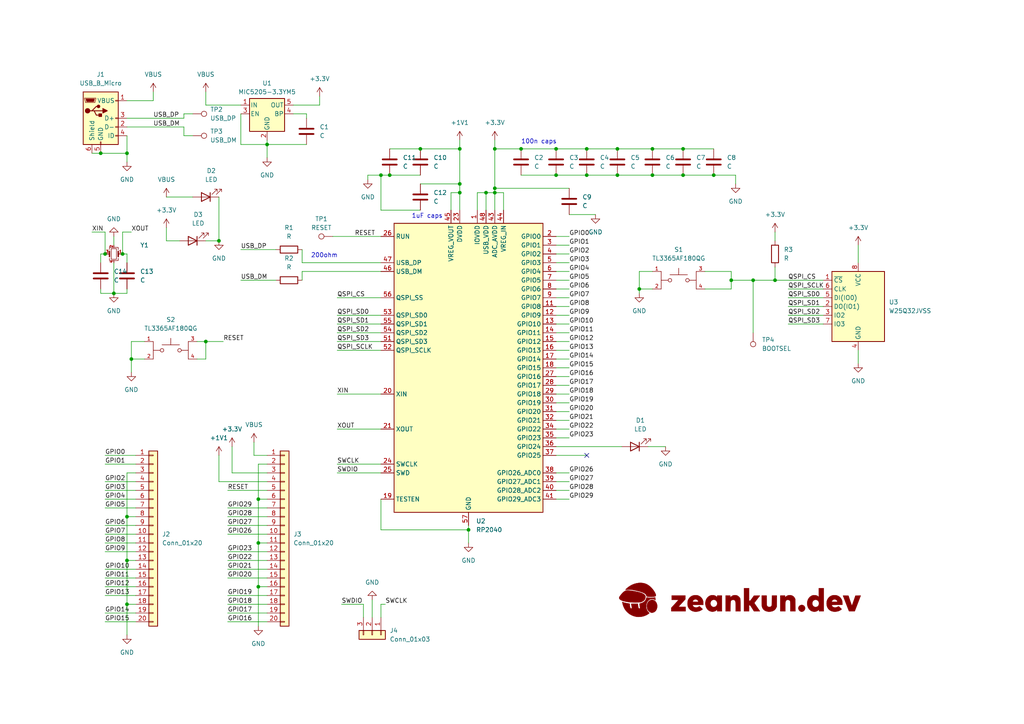
<source format=kicad_sch>
(kicad_sch (version 20230121) (generator eeschema)
  (paper "A4")
  (title_block (title "RP2040 Test Board") (date "2023-07-29") (rev "0.1"))
  (lib_symbols
    (symbol "Connector:TestPoint" (pin_numbers hide) (pin_names (offset 0.762) hide)
      (property "Reference" "TP" (at 0 6.858 0))
      (property "Value" "TestPoint" (at 0 5.08 0))
      (symbol "TestPoint_1_1"
        (pin passive line (at 0 0 90) (length 2.54) (name "1") (number "1"))
      )
    )
    (symbol "Connector:USB_B_Micro" (pin_names (offset 1.016))
      (property "Reference" "J" (at -5.08 11.43 0))
      (property "Value" "USB_B_Micro" (at -5.08 8.89 0))
      (symbol "USB_B_Micro_1_1"
        (pin power_out line (at 7.62 5.08 180) (length 2.54) (name "VBUS") (number "1"))
        (pin bidirectional line (at 7.62 -2.54 180) (length 2.54) (name "D-") (number "2"))
        (pin bidirectional line (at 7.62 0 180) (length 2.54) (name "D+") (number "3"))
        (pin passive line (at 7.62 -5.08 180) (length 2.54) (name "ID") (number "4"))
        (pin power_out line (at 0 -10.16 90) (length 2.54) (name "GND") (number "5"))
        (pin passive line (at -2.54 -10.16 90) (length 2.54) (name "Shield") (number "6"))
      )
    )
    (symbol "Connector_Generic:Conn_01x03" (pin_names (offset 1.016) hide)
      (property "Reference" "J" (at 0 5.08 0))
      (property "Value" "Conn_01x03" (at 0 -5.08 0))
      (symbol "Conn_01x03_1_1"
        (pin passive line (at -5.08 2.54 0) (length 3.81) (name "Pin_1") (number "1"))
        (pin passive line (at -5.08 0 0) (length 3.81) (name "Pin_2") (number "2"))
        (pin passive line (at -5.08 -2.54 0) (length 3.81) (name "Pin_3") (number "3"))
      )
    )
    (symbol "Connector_Generic:Conn_01x20" (pin_names (offset 1.016) hide)
      (property "Reference" "J" (at 0 25.4 0))
      (property "Value" "Conn_01x20" (at 0 -27.94 0))
      (symbol "Conn_01x20_1_1"
        (pin passive line (at -5.08 22.86 0) (length 3.81) (name "Pin_1") (number "1"))
        (pin passive line (at -5.08 0 0) (length 3.81) (name "Pin_10") (number "10"))
        (pin passive line (at -5.08 -2.54 0) (length 3.81) (name "Pin_11") (number "11"))
        (pin passive line (at -5.08 -5.08 0) (length 3.81) (name "Pin_12") (number "12"))
        (pin passive line (at -5.08 -7.62 0) (length 3.81) (name "Pin_13") (number "13"))
        (pin passive line (at -5.08 -10.16 0) (length 3.81) (name "Pin_14") (number "14"))
        (pin passive line (at -5.08 -12.7 0) (length 3.81) (name "Pin_15") (number "15"))
        (pin passive line (at -5.08 -15.24 0) (length 3.81) (name "Pin_16") (number "16"))
        (pin passive line (at -5.08 -17.78 0) (length 3.81) (name "Pin_17") (number "17"))
        (pin passive line (at -5.08 -20.32 0) (length 3.81) (name "Pin_18") (number "18"))
        (pin passive line (at -5.08 -22.86 0) (length 3.81) (name "Pin_19") (number "19"))
        (pin passive line (at -5.08 20.32 0) (length 3.81) (name "Pin_2") (number "2"))
        (pin passive line (at -5.08 -25.4 0) (length 3.81) (name "Pin_20") (number "20"))
        (pin passive line (at -5.08 17.78 0) (length 3.81) (name "Pin_3") (number "3"))
        (pin passive line (at -5.08 15.24 0) (length 3.81) (name "Pin_4") (number "4"))
        (pin passive line (at -5.08 12.7 0) (length 3.81) (name "Pin_5") (number "5"))
        (pin passive line (at -5.08 10.16 0) (length 3.81) (name "Pin_6") (number "6"))
        (pin passive line (at -5.08 7.62 0) (length 3.81) (name "Pin_7") (number "7"))
        (pin passive line (at -5.08 5.08 0) (length 3.81) (name "Pin_8") (number "8"))
        (pin passive line (at -5.08 2.54 0) (length 3.81) (name "Pin_9") (number "9"))
      )
    )
    (symbol "Device:C" (pin_numbers hide) (pin_names (offset 0.254))
      (property "Reference" "C" (at 0.635 2.54 0))
      (property "Value" "C" (at 0.635 -2.54 0))
      (symbol "C_1_1"
        (pin passive line (at 0 3.81 270) (length 2.794) (name "~") (number "1"))
        (pin passive line (at 0 -3.81 90) (length 2.794) (name "~") (number "2"))
      )
    )
    (symbol "Device:Crystal_GND24_Small" (pin_names (offset 1.016) hide)
      (property "Reference" "Y" (at 1.27 4.445 0))
      (property "Value" "Crystal_GND24_Small" (at 1.27 2.54 0))
      (symbol "Crystal_GND24_Small_1_1"
        (pin passive line (at -2.54 0 0) (length 1.27) (name "1") (number "1"))
        (pin passive line (at 0 -2.54 90) (length 0.635) (name "2") (number "2"))
        (pin passive line (at 2.54 0 180) (length 1.27) (name "3") (number "3"))
        (pin passive line (at 0 2.54 270) (length 0.635) (name "4") (number "4"))
      )
    )
    (symbol "Device:LED" (pin_numbers hide) (pin_names (offset 1.016) hide)
      (property "Reference" "D" (at 0 2.54 0))
      (property "Value" "LED" (at 0 -2.54 0))
      (symbol "LED_1_1"
        (pin passive line (at -3.81 0 0) (length 2.54) (name "K") (number "1"))
        (pin passive line (at 3.81 0 180) (length 2.54) (name "A") (number "2"))
      )
    )
    (symbol "Device:R" (pin_numbers hide) (pin_names (offset 0))
      (property "Reference" "R" (at 2.032 0 90))
      (property "Value" "R" (at 0 0 90))
      (symbol "R_1_1"
        (pin passive line (at 0 3.81 270) (length 1.27) (name "~") (number "1"))
        (pin passive line (at 0 -3.81 90) (length 1.27) (name "~") (number "2"))
      )
    )
    (symbol "MCU_RaspberryPi:RP2040"
      (property "Reference" "U" (at 17.78 45.72 0))
      (property "Value" "RP2040" (at 17.78 43.18 0))
      (symbol "RP2040_1_1"
        (pin power_in line (at 2.54 45.72 270) (length 3.81) (name "IOVDD") (number "1"))
        (pin passive line (at 2.54 45.72 270) (length 3.81) hide (name "IOVDD") (number "10"))
        (pin bidirectional line (at 25.4 17.78 180) (length 3.81) (name "GPIO8") (number "11"))
        (pin bidirectional line (at 25.4 15.24 180) (length 3.81) (name "GPIO9") (number "12"))
        (pin bidirectional line (at 25.4 12.7 180) (length 3.81) (name "GPIO10") (number "13"))
        (pin bidirectional line (at 25.4 10.16 180) (length 3.81) (name "GPIO11") (number "14"))
        (pin bidirectional line (at 25.4 7.62 180) (length 3.81) (name "GPIO12") (number "15"))
        (pin bidirectional line (at 25.4 5.08 180) (length 3.81) (name "GPIO13") (number "16"))
        (pin bidirectional line (at 25.4 2.54 180) (length 3.81) (name "GPIO14") (number "17"))
        (pin bidirectional line (at 25.4 0 180) (length 3.81) (name "GPIO15") (number "18"))
        (pin input line (at -25.4 -38.1 0) (length 3.81) (name "TESTEN") (number "19"))
        (pin bidirectional line (at 25.4 38.1 180) (length 3.81) (name "GPIO0") (number "2"))
        (pin input line (at -25.4 -7.62 0) (length 3.81) (name "XIN") (number "20"))
        (pin passive line (at -25.4 -17.78 0) (length 3.81) (name "XOUT") (number "21"))
        (pin passive line (at 2.54 45.72 270) (length 3.81) hide (name "IOVDD") (number "22"))
        (pin power_in line (at -2.54 45.72 270) (length 3.81) (name "DVDD") (number "23"))
        (pin input line (at -25.4 -27.94 0) (length 3.81) (name "SWCLK") (number "24"))
        (pin bidirectional line (at -25.4 -30.48 0) (length 3.81) (name "SWD") (number "25"))
        (pin input line (at -25.4 38.1 0) (length 3.81) (name "RUN") (number "26"))
        (pin bidirectional line (at 25.4 -2.54 180) (length 3.81) (name "GPIO16") (number "27"))
        (pin bidirectional line (at 25.4 -5.08 180) (length 3.81) (name "GPIO17") (number "28"))
        (pin bidirectional line (at 25.4 -7.62 180) (length 3.81) (name "GPIO18") (number "29"))
        (pin bidirectional line (at 25.4 35.56 180) (length 3.81) (name "GPIO1") (number "3"))
        (pin bidirectional line (at 25.4 -10.16 180) (length 3.81) (name "GPIO19") (number "30"))
        (pin bidirectional line (at 25.4 -12.7 180) (length 3.81) (name "GPIO20") (number "31"))
        (pin bidirectional line (at 25.4 -15.24 180) (length 3.81) (name "GPIO21") (number "32"))
        (pin passive line (at 2.54 45.72 270) (length 3.81) hide (name "IOVDD") (number "33"))
        (pin bidirectional line (at 25.4 -17.78 180) (length 3.81) (name "GPIO22") (number "34"))
        (pin bidirectional line (at 25.4 -20.32 180) (length 3.81) (name "GPIO23") (number "35"))
        (pin bidirectional line (at 25.4 -22.86 180) (length 3.81) (name "GPIO24") (number "36"))
        (pin bidirectional line (at 25.4 -25.4 180) (length 3.81) (name "GPIO25") (number "37"))
        (pin bidirectional line (at 25.4 -30.48 180) (length 3.81) (name "GPIO26_ADC0") (number "38"))
        (pin bidirectional line (at 25.4 -33.02 180) (length 3.81) (name "GPIO27_ADC1") (number "39"))
        (pin bidirectional line (at 25.4 33.02 180) (length 3.81) (name "GPIO2") (number "4"))
        (pin bidirectional line (at 25.4 -35.56 180) (length 3.81) (name "GPIO28_ADC2") (number "40"))
        (pin bidirectional line (at 25.4 -38.1 180) (length 3.81) (name "GPIO29_ADC3") (number "41"))
        (pin passive line (at 2.54 45.72 270) (length 3.81) hide (name "IOVDD") (number "42"))
        (pin power_in line (at 7.62 45.72 270) (length 3.81) (name "ADC_AVDD") (number "43"))
        (pin power_in line (at 10.16 45.72 270) (length 3.81) (name "VREG_IN") (number "44"))
        (pin power_out line (at -5.08 45.72 270) (length 3.81) (name "VREG_VOUT") (number "45"))
        (pin bidirectional line (at -25.4 27.94 0) (length 3.81) (name "USB_DM") (number "46"))
        (pin bidirectional line (at -25.4 30.48 0) (length 3.81) (name "USB_DP") (number "47"))
        (pin power_in line (at 5.08 45.72 270) (length 3.81) (name "USB_VDD") (number "48"))
        (pin passive line (at 2.54 45.72 270) (length 3.81) hide (name "IOVDD") (number "49"))
        (pin bidirectional line (at 25.4 30.48 180) (length 3.81) (name "GPIO3") (number "5"))
        (pin passive line (at -2.54 45.72 270) (length 3.81) hide (name "DVDD") (number "50"))
        (pin bidirectional line (at -25.4 7.62 0) (length 3.81) (name "QSPI_SD3") (number "51"))
        (pin output line (at -25.4 5.08 0) (length 3.81) (name "QSPI_SCLK") (number "52"))
        (pin bidirectional line (at -25.4 15.24 0) (length 3.81) (name "QSPI_SD0") (number "53"))
        (pin bidirectional line (at -25.4 10.16 0) (length 3.81) (name "QSPI_SD2") (number "54"))
        (pin bidirectional line (at -25.4 12.7 0) (length 3.81) (name "QSPI_SD1") (number "55"))
        (pin bidirectional line (at -25.4 20.32 0) (length 3.81) (name "QSPI_SS") (number "56"))
        (pin power_in line (at 0 -45.72 90) (length 3.81) (name "GND") (number "57"))
        (pin bidirectional line (at 25.4 27.94 180) (length 3.81) (name "GPIO4") (number "6"))
        (pin bidirectional line (at 25.4 25.4 180) (length 3.81) (name "GPIO5") (number "7"))
        (pin bidirectional line (at 25.4 22.86 180) (length 3.81) (name "GPIO6") (number "8"))
        (pin bidirectional line (at 25.4 20.32 180) (length 3.81) (name "GPIO7") (number "9"))
      )
    )
    (symbol "Memory_Flash:W25Q32JVSS"
      (property "Reference" "U" (at -6.35 11.43 0))
      (property "Value" "W25Q32JVSS" (at 7.62 11.43 0))
      (symbol "W25Q32JVSS_1_1"
        (pin input line (at -10.16 7.62 0) (length 2.54) (name "~{CS}") (number "1"))
        (pin bidirectional line (at -10.16 0 0) (length 2.54) (name "DO(IO1)") (number "2"))
        (pin bidirectional line (at -10.16 -2.54 0) (length 2.54) (name "IO2") (number "3"))
        (pin power_in line (at 0 -12.7 90) (length 2.54) (name "GND") (number "4"))
        (pin bidirectional line (at -10.16 2.54 0) (length 2.54) (name "DI(IO0)") (number "5"))
        (pin input line (at -10.16 5.08 0) (length 2.54) (name "CLK") (number "6"))
        (pin bidirectional line (at -10.16 -5.08 0) (length 2.54) (name "IO3") (number "7"))
        (pin power_in line (at 0 12.7 270) (length 2.54) (name "VCC") (number "8"))
      )
    )
    (symbol "Regulator_Linear:MIC5205-3.3YM5" (pin_names (offset 0.254))
      (property "Reference" "U" (at -3.81 5.715 0))
      (property "Value" "MIC5205-3.3YM5" (at 0 5.715 0))
      (symbol "MIC5205-3.3YM5_1_1"
        (pin power_in line (at -7.62 2.54 0) (length 2.54) (name "IN") (number "1"))
        (pin power_in line (at 0 -7.62 90) (length 2.54) (name "GND") (number "2"))
        (pin input line (at -7.62 0 0) (length 2.54) (name "EN") (number "3"))
        (pin input line (at 7.62 0 180) (length 2.54) (name "BP") (number "4"))
        (pin power_out line (at 7.62 2.54 180) (length 2.54) (name "OUT") (number "5"))
      )
    )
    (symbol "TL3365AF180QG:TL3365AF180QG" (pin_names (offset 1.016))
      (property "Reference" "S" (at -5.08 5.08 0))
      (property "Value" "TL3365AF180QG" (at -5.08 -5.08 0))
      (symbol "TL3365AF180QG_0_0"
        (pin passive line (at -7.62 2.54 0) (length 2.54) (name "~") (number "1"))
        (pin passive line (at -7.62 -2.54 0) (length 2.54) (name "~") (number "2"))
        (pin passive line (at 7.62 2.54 180) (length 2.54) (name "~") (number "3"))
        (pin passive line (at 7.62 -2.54 180) (length 2.54) (name "~") (number "4"))
      )
    )
    (symbol "power:+1V1" (power) (pin_names (offset 0))
      (property "Value" "+1V1" (at 0 3.556 0))
      (symbol "+1V1_1_1"
        (pin power_in line (at 0 0 90) (length 0) hide (name "+1V1") (number "1"))
      )
    )
    (symbol "power:+3.3V" (power) (pin_names (offset 0))
      (property "Value" "+3.3V" (at 0 3.556 0))
      (symbol "+3.3V_1_1"
        (pin power_in line (at 0 0 90) (length 0) hide (name "+3.3V") (number "1"))
      )
    )
    (symbol "power:GND" (power) (pin_names (offset 0))
      (property "Value" "GND" (at 0 -3.81 0))
      (symbol "GND_1_1"
        (pin power_in line (at 0 0 270) (length 0) hide (name "GND") (number "1"))
      )
    )
    (symbol "power:VBUS" (power) (pin_names (offset 0))
      (property "Value" "VBUS" (at 0 3.81 0))
      (symbol "VBUS_1_1"
        (pin power_in line (at 0 0 90) (length 0) hide (name "VBUS") (number "1"))
      )
    )
    (symbol "zeankundev-logo:LOGO" (pin_names (offset 1.016)))
  )
  (junction (at 74.93 157.48))
  (junction (at 38.1 104.14))
  (junction (at 36.83 175.26))
  (junction (at 179.07 50.8))
  (junction (at 218.44 81.28))
  (junction (at 161.29 43.18))
  (junction (at 135.89 153.67))
  (junction (at 30.48 73.66))
  (junction (at 113.03 50.8))
  (junction (at 143.51 54.61))
  (junction (at 35.56 73.66))
  (junction (at 133.35 43.18))
  (junction (at 143.51 43.18))
  (junction (at 224.79 81.28))
  (junction (at 161.29 50.8))
  (junction (at 170.18 43.18))
  (junction (at 133.35 55.88))
  (junction (at 189.23 50.8))
  (junction (at 74.93 144.78))
  (junction (at 77.47 41.91))
  (junction (at 74.93 170.18))
  (junction (at 179.07 43.18))
  (junction (at 170.18 50.8))
  (junction (at 198.12 50.8))
  (junction (at 143.51 55.88))
  (junction (at 59.69 99.06))
  (junction (at 110.49 50.8))
  (junction (at 121.92 43.18))
  (junction (at 189.23 43.18))
  (junction (at 36.83 162.56))
  (junction (at 63.5 69.85))
  (junction (at 212.09 81.28))
  (junction (at 33.02 85.09))
  (junction (at 151.13 43.18))
  (junction (at 207.01 50.8))
  (junction (at 185.42 83.82))
  (junction (at 29.21 44.45))
  (junction (at 198.12 43.18))
  (junction (at 36.83 44.45))
  (junction (at 133.35 53.34))
  (junction (at 140.97 55.88))
  (junction (at 36.83 149.86))
  (no_connect (at 170.18 132.08))
  (wire (pts (xy 161.29 71.12) (xy 165.1 71.12)))
  (wire (pts (xy 30.48 142.24) (xy 39.37 142.24)))
  (wire (pts (xy 161.29 124.46) (xy 165.1 124.46)))
  (wire (pts (xy 36.83 162.56) (xy 36.83 175.26)))
  (wire (pts (xy 67.31 129.54) (xy 67.31 137.16)))
  (wire (pts (xy 97.79 86.36) (xy 110.49 86.36)))
  (wire (pts (xy 53.34 39.37) (xy 55.88 39.37)))
  (wire (pts (xy 44.45 29.21) (xy 36.83 29.21)))
  (wire (pts (xy 66.04 147.32) (xy 77.47 147.32)))
  (wire (pts (xy 30.48 167.64) (xy 39.37 167.64)))
  (wire (pts (xy 130.81 55.88) (xy 133.35 55.88)))
  (wire (pts (xy 161.29 132.08) (xy 170.18 132.08)))
  (wire (pts (xy 107.95 173.99) (xy 107.95 179.07)))
  (wire (pts (xy 212.09 81.28) (xy 212.09 78.74)))
  (wire (pts (xy 59.69 104.14) (xy 59.69 99.06)))
  (wire (pts (xy 69.85 33.02) (xy 69.85 41.91)))
  (wire (pts (xy 74.93 157.48) (xy 74.93 144.78)))
  (wire (pts (xy 48.26 66.04) (xy 48.26 69.85)))
  (wire (pts (xy 106.68 52.07) (xy 106.68 50.8)))
  (wire (pts (xy 30.48 172.72) (xy 39.37 172.72)))
  (wire (pts (xy 66.04 160.02) (xy 77.47 160.02)))
  (wire (pts (xy 113.03 43.18) (xy 121.92 43.18)))
  (wire (pts (xy 133.35 40.64) (xy 133.35 43.18)))
  (wire (pts (xy 146.05 55.88) (xy 143.51 55.88)))
  (wire (pts (xy 38.1 107.95) (xy 38.1 104.14)))
  (wire (pts (xy 26.67 67.31) (xy 30.48 67.31)))
  (wire (pts (xy 36.83 76.2) (xy 36.83 73.66)))
  (wire (pts (xy 161.29 91.44) (xy 165.1 91.44)))
  (wire (pts (xy 161.29 96.52) (xy 165.1 96.52)))
  (wire (pts (xy 97.79 96.52) (xy 110.49 96.52)))
  (wire (pts (xy 74.93 134.62) (xy 77.47 134.62)))
  (wire (pts (xy 48.26 57.15) (xy 55.88 57.15)))
  (wire (pts (xy 30.48 134.62) (xy 39.37 134.62)))
  (wire (pts (xy 138.43 60.96) (xy 138.43 55.88)))
  (wire (pts (xy 228.6 91.44) (xy 238.76 91.44)))
  (wire (pts (xy 63.5 57.15) (xy 63.5 69.85)))
  (wire (pts (xy 74.93 144.78) (xy 74.93 134.62)))
  (wire (pts (xy 161.29 83.82) (xy 165.1 83.82)))
  (wire (pts (xy 38.1 104.14) (xy 41.91 104.14)))
  (wire (pts (xy 97.79 93.98) (xy 110.49 93.98)))
  (wire (pts (xy 73.66 132.08) (xy 77.47 132.08)))
  (wire (pts (xy 212.09 78.74) (xy 204.47 78.74)))
  (wire (pts (xy 66.04 175.26) (xy 77.47 175.26)))
  (wire (pts (xy 30.48 147.32) (xy 39.37 147.32)))
  (wire (pts (xy 212.09 81.28) (xy 218.44 81.28)))
  (wire (pts (xy 87.63 78.74) (xy 87.63 81.28)))
  (wire (pts (xy 36.83 137.16) (xy 36.83 149.86)))
  (wire (pts (xy 185.42 83.82) (xy 185.42 85.09)))
  (wire (pts (xy 53.34 33.02) (xy 55.88 33.02)))
  (wire (pts (xy 161.29 119.38) (xy 165.1 119.38)))
  (wire (pts (xy 161.29 93.98) (xy 165.1 93.98)))
  (wire (pts (xy 96.52 68.58) (xy 110.49 68.58)))
  (wire (pts (xy 66.04 142.24) (xy 77.47 142.24)))
  (wire (pts (xy 97.79 101.6) (xy 110.49 101.6)))
  (wire (pts (xy 36.83 149.86) (xy 39.37 149.86)))
  (wire (pts (xy 161.29 68.58) (xy 165.1 68.58)))
  (wire (pts (xy 111.76 175.26) (xy 110.49 175.26)))
  (wire (pts (xy 66.04 154.94) (xy 77.47 154.94)))
  (wire (pts (xy 66.04 180.34) (xy 77.47 180.34)))
  (wire (pts (xy 29.21 44.45) (xy 36.83 44.45)))
  (wire (pts (xy 179.07 43.18) (xy 189.23 43.18)))
  (wire (pts (xy 74.93 170.18) (xy 74.93 157.48)))
  (wire (pts (xy 161.29 127) (xy 165.1 127)))
  (wire (pts (xy 33.02 76.2) (xy 33.02 85.09)))
  (wire (pts (xy 92.71 27.94) (xy 92.71 30.48)))
  (wire (pts (xy 161.29 121.92) (xy 165.1 121.92)))
  (wire (pts (xy 135.89 153.67) (xy 135.89 157.48)))
  (wire (pts (xy 207.01 50.8) (xy 198.12 50.8)))
  (wire (pts (xy 170.18 43.18) (xy 179.07 43.18)))
  (wire (pts (xy 143.51 54.61) (xy 165.1 54.61)))
  (wire (pts (xy 53.34 34.29) (xy 36.83 34.29)))
  (wire (pts (xy 97.79 124.46) (xy 110.49 124.46)))
  (wire (pts (xy 59.69 26.67) (xy 59.69 30.48)))
  (wire (pts (xy 248.92 101.6) (xy 248.92 105.41)))
  (wire (pts (xy 224.79 67.31) (xy 224.79 69.85)))
  (wire (pts (xy 161.29 114.3) (xy 165.1 114.3)))
  (wire (pts (xy 133.35 53.34) (xy 133.35 55.88)))
  (wire (pts (xy 161.29 104.14) (xy 165.1 104.14)))
  (wire (pts (xy 161.29 106.68) (xy 165.1 106.68)))
  (wire (pts (xy 106.68 50.8) (xy 110.49 50.8)))
  (wire (pts (xy 30.48 132.08) (xy 39.37 132.08)))
  (wire (pts (xy 121.92 43.18) (xy 133.35 43.18)))
  (wire (pts (xy 170.18 50.8) (xy 161.29 50.8)))
  (wire (pts (xy 53.34 36.83) (xy 36.83 36.83)))
  (wire (pts (xy 198.12 50.8) (xy 189.23 50.8)))
  (wire (pts (xy 161.29 137.16) (xy 165.1 137.16)))
  (wire (pts (xy 57.15 99.06) (xy 59.69 99.06)))
  (wire (pts (xy 48.26 69.85) (xy 52.07 69.85)))
  (wire (pts (xy 66.04 162.56) (xy 77.47 162.56)))
  (wire (pts (xy 97.79 99.06) (xy 110.49 99.06)))
  (wire (pts (xy 29.21 85.09) (xy 29.21 83.82)))
  (wire (pts (xy 161.29 139.7) (xy 165.1 139.7)))
  (wire (pts (xy 97.79 137.16) (xy 110.49 137.16)))
  (wire (pts (xy 30.48 144.78) (xy 39.37 144.78)))
  (wire (pts (xy 30.48 160.02) (xy 39.37 160.02)))
  (wire (pts (xy 189.23 50.8) (xy 179.07 50.8)))
  (wire (pts (xy 36.83 85.09) (xy 33.02 85.09)))
  (wire (pts (xy 97.79 114.3) (xy 110.49 114.3)))
  (wire (pts (xy 140.97 60.96) (xy 140.97 55.88)))
  (wire (pts (xy 161.29 99.06) (xy 165.1 99.06)))
  (wire (pts (xy 69.85 41.91) (xy 77.47 41.91)))
  (wire (pts (xy 30.48 170.18) (xy 39.37 170.18)))
  (wire (pts (xy 143.51 40.64) (xy 143.51 43.18)))
  (wire (pts (xy 30.48 67.31) (xy 30.48 73.66)))
  (wire (pts (xy 69.85 72.39) (xy 80.01 72.39)))
  (wire (pts (xy 36.83 175.26) (xy 36.83 184.15)))
  (wire (pts (xy 33.02 68.58) (xy 33.02 71.12)))
  (wire (pts (xy 165.1 62.23) (xy 172.72 62.23)))
  (wire (pts (xy 77.47 40.64) (xy 77.47 41.91)))
  (wire (pts (xy 121.92 53.34) (xy 133.35 53.34)))
  (wire (pts (xy 228.6 93.98) (xy 238.76 93.98)))
  (wire (pts (xy 67.31 137.16) (xy 77.47 137.16)))
  (wire (pts (xy 138.43 55.88) (xy 140.97 55.88)))
  (wire (pts (xy 161.29 43.18) (xy 170.18 43.18)))
  (wire (pts (xy 228.6 88.9) (xy 238.76 88.9)))
  (wire (pts (xy 38.1 104.14) (xy 38.1 99.06)))
  (wire (pts (xy 35.56 67.31) (xy 35.56 73.66)))
  (wire (pts (xy 161.29 109.22) (xy 165.1 109.22)))
  (wire (pts (xy 110.49 76.2) (xy 87.63 76.2)))
  (wire (pts (xy 161.29 142.24) (xy 165.1 142.24)))
  (wire (pts (xy 66.04 152.4) (xy 77.47 152.4)))
  (wire (pts (xy 36.83 162.56) (xy 39.37 162.56)))
  (wire (pts (xy 161.29 116.84) (xy 165.1 116.84)))
  (wire (pts (xy 26.67 44.45) (xy 29.21 44.45)))
  (wire (pts (xy 59.69 69.85) (xy 63.5 69.85)))
  (wire (pts (xy 143.51 43.18) (xy 151.13 43.18)))
  (wire (pts (xy 77.47 41.91) (xy 88.9 41.91)))
  (wire (pts (xy 228.6 86.36) (xy 238.76 86.36)))
  (wire (pts (xy 30.48 139.7) (xy 39.37 139.7)))
  (wire (pts (xy 133.35 43.18) (xy 133.35 53.34)))
  (wire (pts (xy 161.29 50.8) (xy 151.13 50.8)))
  (wire (pts (xy 36.83 83.82) (xy 36.83 85.09)))
  (wire (pts (xy 161.29 101.6) (xy 165.1 101.6)))
  (wire (pts (xy 110.49 153.67) (xy 135.89 153.67)))
  (wire (pts (xy 38.1 99.06) (xy 41.91 99.06)))
  (wire (pts (xy 63.5 139.7) (xy 77.47 139.7)))
  (wire (pts (xy 161.29 111.76) (xy 165.1 111.76)))
  (wire (pts (xy 36.83 39.37) (xy 36.83 44.45)))
  (wire (pts (xy 44.45 26.67) (xy 44.45 29.21)))
  (wire (pts (xy 140.97 55.88) (xy 143.51 55.88)))
  (wire (pts (xy 161.29 144.78) (xy 165.1 144.78)))
  (wire (pts (xy 74.93 157.48) (xy 77.47 157.48)))
  (wire (pts (xy 30.48 177.8) (xy 39.37 177.8)))
  (wire (pts (xy 73.66 128.27) (xy 73.66 132.08)))
  (wire (pts (xy 189.23 78.74) (xy 185.42 78.74)))
  (wire (pts (xy 33.02 85.09) (xy 29.21 85.09)))
  (wire (pts (xy 87.63 76.2) (xy 87.63 72.39)))
  (wire (pts (xy 212.09 81.28) (xy 212.09 83.82)))
  (wire (pts (xy 213.36 50.8) (xy 207.01 50.8)))
  (wire (pts (xy 110.49 175.26) (xy 110.49 179.07)))
  (wire (pts (xy 92.71 30.48) (xy 85.09 30.48)))
  (wire (pts (xy 74.93 181.61) (xy 74.93 170.18)))
  (wire (pts (xy 135.89 152.4) (xy 135.89 153.67)))
  (wire (pts (xy 110.49 78.74) (xy 87.63 78.74)))
  (wire (pts (xy 74.93 144.78) (xy 77.47 144.78)))
  (wire (pts (xy 218.44 81.28) (xy 224.79 81.28)))
  (wire (pts (xy 69.85 81.28) (xy 80.01 81.28)))
  (wire (pts (xy 30.48 157.48) (xy 39.37 157.48)))
  (wire (pts (xy 63.5 132.08) (xy 63.5 139.7)))
  (wire (pts (xy 66.04 149.86) (xy 77.47 149.86)))
  (wire (pts (xy 198.12 43.18) (xy 207.01 43.18)))
  (wire (pts (xy 143.51 43.18) (xy 143.51 54.61)))
  (wire (pts (xy 97.79 91.44) (xy 110.49 91.44)))
  (wire (pts (xy 121.92 60.96) (xy 110.49 60.96)))
  (wire (pts (xy 97.79 134.62) (xy 110.49 134.62)))
  (wire (pts (xy 161.29 88.9) (xy 165.1 88.9)))
  (wire (pts (xy 110.49 60.96) (xy 110.49 50.8)))
  (wire (pts (xy 161.29 129.54) (xy 180.34 129.54)))
  (wire (pts (xy 179.07 50.8) (xy 170.18 50.8)))
  (wire (pts (xy 29.21 76.2) (xy 29.21 73.66)))
  (wire (pts (xy 161.29 78.74) (xy 165.1 78.74)))
  (wire (pts (xy 30.48 180.34) (xy 39.37 180.34)))
  (wire (pts (xy 39.37 137.16) (xy 36.83 137.16)))
  (wire (pts (xy 228.6 83.82) (xy 238.76 83.82)))
  (wire (pts (xy 53.34 39.37) (xy 53.34 36.83)))
  (wire (pts (xy 213.36 53.34) (xy 213.36 50.8)))
  (wire (pts (xy 99.06 175.26) (xy 105.41 175.26)))
  (wire (pts (xy 36.83 149.86) (xy 36.83 162.56)))
  (wire (pts (xy 143.51 54.61) (xy 143.51 55.88)))
  (wire (pts (xy 161.29 81.28) (xy 165.1 81.28)))
  (wire (pts (xy 224.79 77.47) (xy 224.79 81.28)))
  (wire (pts (xy 110.49 144.78) (xy 110.49 153.67)))
  (wire (pts (xy 146.05 60.96) (xy 146.05 55.88)))
  (wire (pts (xy 59.69 99.06) (xy 64.77 99.06)))
  (wire (pts (xy 212.09 83.82) (xy 204.47 83.82)))
  (wire (pts (xy 38.1 67.31) (xy 35.56 67.31)))
  (wire (pts (xy 77.47 41.91) (xy 77.47 45.72)))
  (wire (pts (xy 130.81 60.96) (xy 130.81 55.88)))
  (wire (pts (xy 189.23 83.82) (xy 185.42 83.82)))
  (wire (pts (xy 53.34 33.02) (xy 53.34 34.29)))
  (wire (pts (xy 30.48 152.4) (xy 39.37 152.4)))
  (wire (pts (xy 161.29 86.36) (xy 165.1 86.36)))
  (wire (pts (xy 36.83 73.66) (xy 35.56 73.66)))
  (wire (pts (xy 36.83 44.45) (xy 36.83 46.99)))
  (wire (pts (xy 161.29 73.66) (xy 165.1 73.66)))
  (wire (pts (xy 113.03 50.8) (xy 121.92 50.8)))
  (wire (pts (xy 110.49 50.8) (xy 113.03 50.8)))
  (wire (pts (xy 59.69 30.48) (xy 69.85 30.48)))
  (wire (pts (xy 66.04 167.64) (xy 77.47 167.64)))
  (wire (pts (xy 224.79 81.28) (xy 238.76 81.28)))
  (wire (pts (xy 66.04 172.72) (xy 77.47 172.72)))
  (wire (pts (xy 185.42 78.74) (xy 185.42 83.82)))
  (wire (pts (xy 161.29 76.2) (xy 165.1 76.2)))
  (wire (pts (xy 74.93 170.18) (xy 77.47 170.18)))
  (wire (pts (xy 189.23 43.18) (xy 198.12 43.18)))
  (wire (pts (xy 218.44 81.28) (xy 218.44 96.52)))
  (wire (pts (xy 248.92 71.12) (xy 248.92 76.2)))
  (wire (pts (xy 88.9 34.29) (xy 88.9 33.02)))
  (wire (pts (xy 88.9 33.02) (xy 85.09 33.02)))
  (wire (pts (xy 143.51 55.88) (xy 143.51 60.96)))
  (wire (pts (xy 105.41 175.26) (xy 105.41 179.07)))
  (wire (pts (xy 36.83 175.26) (xy 39.37 175.26)))
  (wire (pts (xy 187.96 129.54) (xy 193.04 129.54)))
  (wire (pts (xy 30.48 165.1) (xy 39.37 165.1)))
  (wire (pts (xy 66.04 165.1) (xy 77.47 165.1)))
  (wire (pts (xy 57.15 104.14) (xy 59.69 104.14)))
  (wire (pts (xy 66.04 177.8) (xy 77.47 177.8)))
  (wire (pts (xy 29.21 73.66) (xy 30.48 73.66)))
  (wire (pts (xy 151.13 43.18) (xy 161.29 43.18)))
  (wire (pts (xy 133.35 55.88) (xy 133.35 60.96)))
  (wire (pts (xy 30.48 154.94) (xy 39.37 154.94)))
  (text "1uF caps" (at 119.38 63.5 0) (effects (font (size 1.27 1.27)) (justify left bottom)))
  (text "200ohm" (at 90.17 74.93 0) (effects (font (size 1.27 1.27)) (justify left bottom)))
  (text "100n caps" (at 151.13 41.91 0) (effects (font (size 1.27 1.27)) (justify left bottom)))
  (label "GPIO10" (at 30.48 165.1 0))
  (label "QSPI_SD1" (at 97.79 93.98 0))
  (label "XIN" (at 26.67 67.31 0))
  (label "XOUT" (at 97.79 124.46 0))
  (label "GPIO17" (at 66.04 177.8 0))
  (label "GPIO2" (at 165.1 73.66 0))
  (label "GPIO15" (at 30.48 180.34 0))
  (label "QSPI_SD0" (at 228.6 86.36 0))
  (label "USB_DM" (at 44.45 36.83 0))
  (label "QSPI_SD3" (at 97.79 99.06 0))
  (label "GPIO11" (at 30.48 167.64 0))
  (label "SWDIO" (at 97.79 137.16 0))
  (label "GPIO29" (at 165.1 144.78 0))
  (label "QSPI_SD0" (at 97.79 91.44 0))
  (label "GPIO12" (at 165.1 99.06 0))
  (label "GPIO21" (at 165.1 121.92 0))
  (label "GPIO3" (at 165.1 76.2 0))
  (label "GPIO26" (at 66.04 154.94 0))
  (label "GPIO15" (at 165.1 106.68 0))
  (label "QSPI_CS" (at 97.79 86.36 0))
  (label "SWDIO" (at 99.06 175.26 0))
  (label "GPIO19" (at 66.04 172.72 0))
  (label "GPIO14" (at 165.1 104.14 0))
  (label "GPIO20" (at 165.1 119.38 0))
  (label "QSPI_SCLK" (at 228.6 83.82 0))
  (label "GPIO26" (at 165.1 137.16 0))
  (label "QSPI_SD2" (at 228.6 91.44 0))
  (label "GPIO13" (at 30.48 172.72 0))
  (label "SWCLK" (at 97.79 134.62 0))
  (label "GPIO19" (at 165.1 116.84 0))
  (label "GPIO7" (at 165.1 86.36 0))
  (label "RESET" (at 102.87 68.58 0))
  (label "QSPI_SD2" (at 97.79 96.52 0))
  (label "GPIO29" (at 66.04 147.32 0))
  (label "GPIO8" (at 165.1 88.9 0))
  (label "GPIO4" (at 165.1 78.74 0))
  (label "GPIO27" (at 66.04 152.4 0))
  (label "USB_DP" (at 69.85 72.39 0))
  (label "GPIO0" (at 30.48 132.08 0))
  (label "GPIO20" (at 66.04 167.64 0))
  (label "GPIO13" (at 165.1 101.6 0))
  (label "QSPI_CS" (at 228.6 81.28 0))
  (label "RESET" (at 66.04 142.24 0))
  (label "GPIO0" (at 165.1 68.58 0))
  (label "GPIO1" (at 30.48 134.62 0))
  (label "GPIO23" (at 66.04 160.02 0))
  (label "QSPI_SCLK" (at 97.79 101.6 0))
  (label "GPIO18" (at 66.04 175.26 0))
  (label "GPIO18" (at 165.1 114.3 0))
  (label "GPIO4" (at 30.48 144.78 0))
  (label "GPIO12" (at 30.48 170.18 0))
  (label "GPIO7" (at 30.48 154.94 0))
  (label "QSPI_SD1" (at 228.6 88.9 0))
  (label "GPIO8" (at 30.48 157.48 0))
  (label "GPIO23" (at 165.1 127 0))
  (label "GPIO28" (at 165.1 142.24 0))
  (label "GPIO6" (at 30.48 152.4 0))
  (label "GPIO10" (at 165.1 93.98 0))
  (label "GPIO22" (at 66.04 162.56 0))
  (label "GPIO3" (at 30.48 142.24 0))
  (label "GPIO9" (at 30.48 160.02 0))
  (label "GPIO11" (at 165.1 96.52 0))
  (label "SWCLK" (at 111.76 175.26 0))
  (label "RESET" (at 64.77 99.06 0))
  (label "GPIO22" (at 165.1 124.46 0))
  (label "GPIO5" (at 30.48 147.32 0))
  (label "GPIO1" (at 165.1 71.12 0))
  (label "XOUT" (at 38.1 67.31 0))
  (label "XIN" (at 97.79 114.3 0))
  (label "USB_DM" (at 69.85 81.28 0))
  (label "GPIO9" (at 165.1 91.44 0))
  (label "GPIO21" (at 66.04 165.1 0))
  (label "GPIO27" (at 165.1 139.7 0))
  (label "USB_DP" (at 44.45 34.29 0))
  (label "GPIO28" (at 66.04 149.86 0))
  (label "GPIO14" (at 30.48 177.8 0))
  (label "GPIO16" (at 165.1 109.22 0))
  (label "GPIO17" (at 165.1 111.76 0))
  (label "GPIO5" (at 165.1 81.28 0))
  (label "GPIO16" (at 66.04 180.34 0))
  (label "GPIO6" (at 165.1 83.82 0))
  (label "GPIO2" (at 30.48 139.7 0))
  (label "QSPI_SD3" (at 228.6 93.98 0))
  (symbol (lib_id "Device:C") (at 29.21 80.01 0) (unit 1)
    (property "Reference" "C14" (at 33.02 78.74 0) (effects (justify left)))
    (property "Value" "C" (at 33.02 81.28 0) (effects (justify left)))
    (property "Footprint" "Capacitor_SMD:C_0201_0603Metric" (effects hide))
  )
  (symbol (lib_id "Device:LED") (at 184.15 129.54 180) (unit 1)
    (property "Reference" "D1" (at 185.7375 121.92 0))
    (property "Value" "LED" (at 185.7375 124.46 0))
    (property "Footprint" "LED_SMD:LED_0201_0603Metric" (effects hide))
  )
  (symbol (lib_id "power:GND") (at 135.89 157.48 0) (unit 1)
    (property "Reference" "#PWR014" (effects hide))
    (property "Value" "GND" (at 135.89 162.56 0))
  )
  (symbol (lib_id "power:+3.3V") (at 143.51 40.64 0) (unit 1)
    (property "Reference" "#PWR06" (effects hide))
    (property "Value" "+3.3V" (at 143.51 35.56 0))
  )
  (symbol (lib_id "Connector:TestPoint") (at 218.44 96.52 180) (unit 1)
    (property "Reference" "TP4" (at 220.98 98.552 0) (effects (justify right)))
    (property "Value" "BOOTSEL" (at 220.98 101.092 0) (effects (justify right)))
    (property "Footprint" "TestPoint:TestPoint_Pad_1.0x1.0mm" (effects hide))
  )
  (symbol (lib_id "power:GND") (at 63.5 69.85 0) (unit 1)
    (property "Reference" "#PWR021" (effects hide))
    (property "Value" "GND" (at 63.5 74.93 0))
  )
  (symbol (lib_id "power:GND") (at 106.68 52.07 0) (unit 1)
    (property "Reference" "#PWR010" (effects hide))
    (property "Value" "GND" (at 106.68 57.15 0))
  )
  (symbol (lib_id "Device:LED") (at 59.69 57.15 180) (unit 1)
    (property "Reference" "D2" (at 61.2775 49.53 0))
    (property "Value" "LED" (at 61.2775 52.07 0))
    (property "Footprint" "LED_SMD:LED_0201_0603Metric" (effects hide))
  )
  (symbol (lib_id "Device:C") (at 198.12 46.99 0) (unit 1)
    (property "Reference" "C7" (at 201.93 45.72 0) (effects (justify left)))
    (property "Value" "C" (at 201.93 48.26 0) (effects (justify left)))
    (property "Footprint" "Capacitor_SMD:C_0201_0603Metric" (effects hide))
  )
  (symbol (lib_id "power:VBUS") (at 48.26 57.15 0) (unit 1)
    (property "Reference" "#PWR020" (effects hide))
    (property "Value" "VBUS" (at 48.26 52.07 0))
  )
  (symbol (lib_id "power:+3.3V") (at 224.79 67.31 0) (unit 1)
    (property "Reference" "#PWR013" (effects hide))
    (property "Value" "+3.3V" (at 224.79 62.23 0))
  )
  (symbol (lib_id "power:GND") (at 36.83 184.15 0) (unit 1)
    (property "Reference" "#PWR023" (effects hide))
    (property "Value" "GND" (at 36.83 189.23 0))
  )
  (symbol (lib_id "Device:Crystal_GND24_Small") (at 33.02 73.66 180) (unit 1)
    (property "Reference" "Y1" (at 41.91 71.12 0))
    (property "Value" "Crystal_GND24_Small" (effects hide))
    (property "Footprint" "Crystal:Crystal_SMD_EuroQuartz_X22-4Pin_2.5x2.0mm" (effects hide))
  )
  (symbol (lib_id "power:GND") (at 33.02 85.09 0) (unit 1)
    (property "Reference" "#PWR016" (effects hide))
    (property "Value" "GND" (at 33.02 90.17 0))
  )
  (symbol (lib_id "Connector_Generic:Conn_01x20") (at 82.55 154.94 0) (unit 1)
    (property "Reference" "J3" (at 85.09 154.94 0) (effects (justify left)))
    (property "Value" "Conn_01x20" (at 85.09 157.48 0) (effects (justify left)))
    (property "Footprint" "Connector_PinHeader_2.00mm:PinHeader_1x20_P2.00mm_Vertical" (effects hide))
  )
  (symbol (lib_id "Device:C") (at 165.1 58.42 0) (unit 1)
    (property "Reference" "C9" (at 168.91 57.15 0) (effects (justify left)))
    (property "Value" "C" (at 168.91 59.69 0) (effects (justify left)))
    (property "Footprint" "Capacitor_SMD:C_0201_0603Metric" (effects hide))
  )
  (symbol (lib_id "power:+1V1") (at 63.5 132.08 0) (unit 1)
    (property "Reference" "#PWR025" (effects hide))
    (property "Value" "+1V1" (at 63.5 127 0))
  )
  (symbol (lib_id "Device:C") (at 161.29 46.99 0) (unit 1)
    (property "Reference" "C3" (at 165.1 45.72 0) (effects (justify left)))
    (property "Value" "C" (at 165.1 48.26 0) (effects (justify left)))
    (property "Footprint" "Capacitor_SMD:C_0201_0603Metric" (effects hide))
  )
  (symbol (lib_id "power:+1V1") (at 133.35 40.64 0) (unit 1)
    (property "Reference" "#PWR07" (effects hide))
    (property "Value" "+1V1" (at 133.35 35.56 0))
  )
  (symbol (lib_id "Connector:TestPoint") (at 55.88 33.02 270) (unit 1)
    (property "Reference" "TP2" (at 60.96 31.75 90) (effects (justify left)))
    (property "Value" "USB_DP" (at 60.96 34.29 90) (effects (justify left)))
    (property "Footprint" "TestPoint:TestPoint_Pad_1.0x1.0mm" (effects hide))
  )
  (symbol (lib_id "Device:C") (at 36.83 80.01 0) (unit 1)
    (property "Reference" "C13" (at 40.64 78.74 0) (effects (justify left)))
    (property "Value" "C" (at 40.64 81.28 0) (effects (justify left)))
    (property "Footprint" "Capacitor_SMD:C_0201_0603Metric" (effects hide))
  )
  (symbol (lib_id "Device:C") (at 179.07 46.99 0) (unit 1)
    (property "Reference" "C5" (at 182.88 45.72 0) (effects (justify left)))
    (property "Value" "C" (at 182.88 48.26 0) (effects (justify left)))
    (property "Footprint" "Capacitor_SMD:C_0201_0603Metric" (effects hide))
  )
  (symbol (lib_id "Device:C") (at 207.01 46.99 0) (unit 1)
    (property "Reference" "C8" (at 210.82 45.72 0) (effects (justify left)))
    (property "Value" "C" (at 210.82 48.26 0) (effects (justify left)))
    (property "Footprint" "Capacitor_SMD:C_0201_0603Metric" (effects hide))
  )
  (symbol (lib_id "Regulator_Linear:MIC5205-3.3YM5") (at 77.47 33.02 0) (unit 1)
    (property "Reference" "U1" (at 77.47 24.13 0))
    (property "Value" "MIC5205-3.3YM5" (at 77.47 26.67 0))
    (property "Footprint" "Package_TO_SOT_SMD:SOT-23-5" (effects hide))
    (property "Datasheet" "http://ww1.microchip.com/downloads/en/DeviceDoc/20005785A.pdf" (effects hide))
  )
  (symbol (lib_id "Connector_Generic:Conn_01x20") (at 44.45 154.94 0) (unit 1)
    (property "Reference" "J2" (at 46.99 154.94 0) (effects (justify left)))
    (property "Value" "Conn_01x20" (at 46.99 157.48 0) (effects (justify left)))
    (property "Footprint" "Connector_PinHeader_2.00mm:PinHeader_1x20_P2.00mm_Vertical" (effects hide))
  )
  (symbol (lib_id "MCU_RaspberryPi:RP2040") (at 135.89 106.68 0) (unit 1)
    (property "Reference" "U2" (at 138.0841 151.13 0) (effects (justify left)))
    (property "Value" "RP2040" (at 138.0841 153.67 0) (effects (justify left)))
    (property "Footprint" "Package_DFN_QFN:QFN-56-1EP_7x7mm_P0.4mm_EP3.2x3.2mm" (effects hide))
    (property "Datasheet" "https://datasheets.raspberrypi.com/rp2040/rp2040-datasheet.pdf" (effects hide))
  )
  (symbol (lib_id "power:GND") (at 248.92 105.41 0) (unit 1)
    (property "Reference" "#PWR012" (effects hide))
    (property "Value" "GND" (at 248.92 110.49 0))
  )
  (symbol (lib_id "Device:C") (at 151.13 46.99 0) (unit 1)
    (property "Reference" "C2" (at 154.94 45.72 0) (effects (justify left)))
    (property "Value" "C" (at 154.94 48.26 0) (effects (justify left)))
    (property "Footprint" "Capacitor_SMD:C_0201_0603Metric" (effects hide))
  )
  (symbol (lib_id "Memory_Flash:W25Q32JVSS") (at 248.92 88.9 0) (unit 1)
    (property "Reference" "U3" (at 257.81 87.63 0) (effects (justify left)))
    (property "Value" "W25Q32JVSS" (at 257.81 90.17 0) (effects (justify left)))
    (property "Footprint" "Package_SO:SOIC-8_5.23x5.23mm_P1.27mm" (effects hide))
    (property "Datasheet" "http://www.winbond.com/resource-files/w25q32jv%20revg%2003272018%20plus.pdf" (effects hide))
  )
  (symbol (lib_id "power:GND") (at 172.72 62.23 0) (unit 1)
    (property "Reference" "#PWR09" (effects hide))
    (property "Value" "GND" (at 172.72 67.31 0))
  )
  (symbol (lib_id "zeankundev-logo:LOGO") (at 214.63 173.99 0) (unit 1)
    (property "Reference" "#G1" (effects hide))
    (property "Value" "LOGO" (effects hide))
  )
  (symbol (lib_id "Connector:TestPoint") (at 96.52 68.58 90) (unit 1)
    (property "Reference" "TP1" (at 93.218 63.5 90))
    (property "Value" "RESET" (at 93.218 66.04 90))
    (property "Footprint" "TestPoint:TestPoint_Pad_1.0x1.0mm" (effects hide))
  )
  (symbol (lib_id "Connector_Generic:Conn_01x03") (at 107.95 184.15 270) (unit 1)
    (property "Reference" "J4" (at 113.03 182.88 90) (effects (justify left)))
    (property "Value" "Conn_01x03" (at 113.03 185.42 90) (effects (justify left)))
    (property "Footprint" "Connector_PinHeader_2.00mm:PinHeader_1x03_P2.00mm_Vertical" (effects hide))
  )
  (symbol (lib_id "power:GND") (at 193.04 129.54 0) (unit 1)
    (property "Reference" "#PWR019" (effects hide))
    (property "Value" "GND" (at 193.04 134.62 0))
  )
  (symbol (lib_id "Device:C") (at 121.92 57.15 0) (unit 1)
    (property "Reference" "C12" (at 125.73 55.88 0) (effects (justify left)))
    (property "Value" "C" (at 125.73 58.42 0) (effects (justify left)))
    (property "Footprint" "Capacitor_SMD:C_0201_0603Metric" (effects hide))
  )
  (symbol (lib_id "power:GND") (at 74.93 181.61 0) (unit 1)
    (property "Reference" "#PWR024" (effects hide))
    (property "Value" "GND" (at 74.93 186.69 0))
  )
  (symbol (lib_id "Device:C") (at 189.23 46.99 0) (unit 1)
    (property "Reference" "C6" (at 193.04 45.72 0) (effects (justify left)))
    (property "Value" "C" (at 193.04 48.26 0) (effects (justify left)))
    (property "Footprint" "Capacitor_SMD:C_0201_0603Metric" (effects hide))
  )
  (symbol (lib_id "power:GND") (at 33.02 68.58 180) (unit 1)
    (property "Reference" "#PWR017" (effects hide))
    (property "Value" "GND" (at 33.02 63.5 0))
  )
  (symbol (lib_id "power:GND") (at 38.1 107.95 0) (unit 1)
    (property "Reference" "#PWR018" (effects hide))
    (property "Value" "GND" (at 38.1 113.03 0))
  )
  (symbol (lib_id "Device:C") (at 88.9 38.1 0) (unit 1)
    (property "Reference" "C1" (at 92.71 36.83 0) (effects (justify left)))
    (property "Value" "C" (at 92.71 39.37 0) (effects (justify left)))
    (property "Footprint" "Capacitor_SMD:C_0201_0603Metric" (effects hide))
  )
  (symbol (lib_id "Device:LED") (at 55.88 69.85 180) (unit 1)
    (property "Reference" "D3" (at 57.4675 62.23 0))
    (property "Value" "LED" (at 57.4675 64.77 0))
    (property "Footprint" "LED_SMD:LED_0201_0603Metric" (effects hide))
  )
  (symbol (lib_id "Connector:USB_B_Micro") (at 29.21 34.29 0) (unit 1)
    (property "Reference" "J1" (at 29.21 21.59 0))
    (property "Value" "USB_B_Micro" (at 29.21 24.13 0))
    (property "Footprint" "Connector_USB:USB_Micro-B_Amphenol_10103594-0001LF_Horizontal" (effects hide))
  )
  (symbol (lib_id "Connector:TestPoint") (at 55.88 39.37 270) (unit 1)
    (property "Reference" "TP3" (at 60.96 38.1 90) (effects (justify left)))
    (property "Value" "USB_DM" (at 60.96 40.64 90) (effects (justify left)))
    (property "Footprint" "TestPoint:TestPoint_Pad_1.0x1.0mm" (effects hide))
  )
  (symbol (lib_id "Device:R") (at 83.82 81.28 90) (unit 1)
    (property "Reference" "R2" (at 83.82 74.93 90))
    (property "Value" "R" (at 83.82 77.47 90))
    (property "Footprint" "Resistor_SMD:R_0201_0603Metric" (effects hide))
  )
  (symbol (lib_id "power:GND") (at 185.42 85.09 0) (unit 1)
    (property "Reference" "#PWR015" (effects hide))
    (property "Value" "GND" (at 185.42 90.17 0))
  )
  (symbol (lib_id "power:GND") (at 77.47 45.72 0) (unit 1)
    (property "Reference" "#PWR04" (effects hide))
    (property "Value" "GND" (at 77.47 50.8 0))
  )
  (symbol (lib_id "power:GND") (at 107.95 173.99 180) (unit 1)
    (property "Reference" "#PWR028" (effects hide))
    (property "Value" "GND" (at 107.95 168.91 0))
  )
  (symbol (lib_id "power:GND") (at 36.83 46.99 0) (unit 1)
    (property "Reference" "#PWR02" (effects hide))
    (property "Value" "GND" (at 36.83 52.07 0))
  )
  (symbol (lib_id "power:+3.3V") (at 67.31 129.54 0) (unit 1)
    (property "Reference" "#PWR026" (effects hide))
    (property "Value" "+3.3V" (at 67.31 124.46 0))
  )
  (symbol (lib_id "power:+3.3V") (at 48.26 66.04 0) (unit 1)
    (property "Reference" "#PWR022" (effects hide))
    (property "Value" "+3.3V" (at 48.26 60.96 0))
  )
  (symbol (lib_id "power:VBUS") (at 44.45 26.67 0) (unit 1)
    (property "Reference" "#PWR01" (effects hide))
    (property "Value" "VBUS" (at 44.45 21.59 0))
  )
  (symbol (lib_id "TL3365AF180QG:TL3365AF180QG") (at 49.53 101.6 0) (unit 1)
    (property "Reference" "S2" (at 49.53 92.71 0))
    (property "Value" "TL3365AF180QG" (at 49.53 95.25 0))
    (property "Footprint" "TL3365AF180QG:SW_TL3365AF180QG" (effects hide))
    (property "PARTREV" "A" (effects hide))
    (property "SNAPEDA_PN" "TL3365AF180QG" (effects hide))
    (property "STANDARD" "Manufacturer Recommendations" (effects hide))
    (property "MAXIMUM_PACKAGE_HEIGHT" "2.5 mm" (effects hide))
    (property "MANUFACTURER" "E-Switch" (effects hide))
  )
  (symbol (lib_id "Device:C") (at 121.92 46.99 0) (unit 1)
    (property "Reference" "C10" (at 125.73 45.72 0) (effects (justify left)))
    (property "Value" "C" (at 125.73 48.26 0) (effects (justify left)))
    (property "Footprint" "Capacitor_SMD:C_0201_0603Metric" (effects hide))
  )
  (symbol (lib_id "power:GND") (at 213.36 53.34 0) (unit 1)
    (property "Reference" "#PWR08" (effects hide))
    (property "Value" "GND" (at 213.36 58.42 0))
  )
  (symbol (lib_id "power:+3.3V") (at 248.92 71.12 0) (unit 1)
    (property "Reference" "#PWR011" (effects hide))
    (property "Value" "+3.3V" (at 248.92 66.04 0))
  )
  (symbol (lib_id "power:+3.3V") (at 92.71 27.94 0) (unit 1)
    (property "Reference" "#PWR05" (effects hide))
    (property "Value" "+3.3V" (at 92.71 22.86 0))
  )
  (symbol (lib_id "Device:C") (at 170.18 46.99 0) (unit 1)
    (property "Reference" "C4" (at 173.99 45.72 0) (effects (justify left)))
    (property "Value" "C" (at 173.99 48.26 0) (effects (justify left)))
    (property "Footprint" "Capacitor_SMD:C_0201_0603Metric" (effects hide))
  )
  (symbol (lib_id "TL3365AF180QG:TL3365AF180QG") (at 196.85 81.28 0) (unit 1)
    (property "Reference" "S1" (at 196.85 72.39 0))
    (property "Value" "TL3365AF180QG" (at 196.85 74.93 0))
    (property "Footprint" "TL3365AF180QG:SW_TL3365AF180QG" (effects hide))
    (property "PARTREV" "A" (effects hide))
    (property "SNAPEDA_PN" "TL3365AF180QG" (effects hide))
    (property "STANDARD" "Manufacturer Recommendations" (effects hide))
    (property "MAXIMUM_PACKAGE_HEIGHT" "2.5 mm" (effects hide))
    (property "MANUFACTURER" "E-Switch" (effects hide))
  )
  (symbol (lib_id "Device:R") (at 83.82 72.39 90) (unit 1)
    (property "Reference" "R1" (at 83.82 66.04 90))
    (property "Value" "R" (at 83.82 68.58 90))
    (property "Footprint" "Resistor_SMD:R_0201_0603Metric" (effects hide))
  )
  (symbol (lib_id "Device:C") (at 113.03 46.99 0) (unit 1)
    (property "Reference" "C11" (at 116.84 45.72 0) (effects (justify left)))
    (property "Value" "C" (at 116.84 48.26 0) (effects (justify left)))
    (property "Footprint" "Capacitor_SMD:C_0201_0603Metric" (effects hide))
  )
  (symbol (lib_id "power:VBUS") (at 59.69 26.67 0) (unit 1)
    (property "Reference" "#PWR03" (effects hide))
    (property "Value" "VBUS" (at 59.69 21.59 0))
  )
  (symbol (lib_id "power:VBUS") (at 73.66 128.27 0) (unit 1)
    (property "Reference" "#PWR027" (effects hide))
    (property "Value" "VBUS" (at 73.66 123.19 0))
  )
  (symbol (lib_id "Device:R") (at 224.79 73.66 0) (unit 1)
    (property "Reference" "R3" (at 227.33 72.39 0) (effects (justify left)))
    (property "Value" "R" (at 227.33 74.93 0) (effects (justify left)))
    (property "Footprint" "Resistor_SMD:R_0201_0603Metric" (effects hide))
  )
)
</source>
